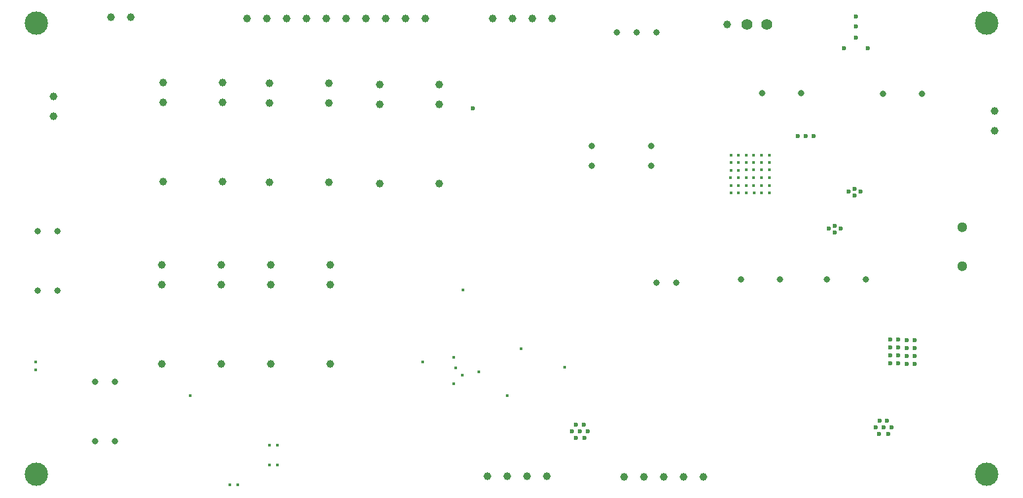
<source format=gbr>
%TF.GenerationSoftware,KiCad,Pcbnew,(5.1.4-0-10_14)*%
%TF.CreationDate,2019-11-24T22:14:00+02:00*%
%TF.ProjectId,READY,52454144-592e-46b6-9963-61645f706362,3.0*%
%TF.SameCoordinates,Original*%
%TF.FileFunction,Plated,1,2,PTH,Drill*%
%TF.FilePolarity,Positive*%
%FSLAX46Y46*%
G04 Gerber Fmt 4.6, Leading zero omitted, Abs format (unit mm)*
G04 Created by KiCad (PCBNEW (5.1.4-0-10_14)) date 2019-11-24 22:14:00*
%MOMM*%
%LPD*%
G04 APERTURE LIST*
%TA.AperFunction,ViaDrill*%
%ADD10C,0.400000*%
%TD*%
%TA.AperFunction,ViaDrill*%
%ADD11C,0.600000*%
%TD*%
%TA.AperFunction,ComponentDrill*%
%ADD12C,0.800000*%
%TD*%
%TA.AperFunction,ComponentDrill*%
%ADD13C,1.000000*%
%TD*%
%TA.AperFunction,ComponentDrill*%
%ADD14C,1.300000*%
%TD*%
%TA.AperFunction,ComponentDrill*%
%ADD15C,1.400000*%
%TD*%
%TA.AperFunction,ComponentDrill*%
%ADD16C,3.000000*%
%TD*%
G04 APERTURE END LIST*
D10*
X83820000Y-104648000D03*
X83820000Y-105664000D03*
X103619400Y-108994700D03*
X108712000Y-120396000D03*
X109728000Y-120396000D03*
X113792000Y-115316000D03*
X113792000Y-117856000D03*
X114808000Y-115316000D03*
X114808000Y-117856000D03*
X133408100Y-104690100D03*
X137378900Y-107502400D03*
X137405600Y-104058200D03*
X137632700Y-105430900D03*
X138519600Y-106349700D03*
X138556500Y-95422600D03*
X140586800Y-105917300D03*
X144263600Y-108960600D03*
X146038800Y-102953100D03*
X151616200Y-105343400D03*
X172910000Y-81089500D03*
X172923000Y-80086200D03*
X172923000Y-82054700D03*
X172936000Y-78193900D03*
X172936000Y-79121000D03*
X172949000Y-83032600D03*
X173876000Y-81089500D03*
X173888000Y-80086200D03*
X173888000Y-82054700D03*
X173901000Y-78193900D03*
X173901000Y-79121000D03*
X173914000Y-83032600D03*
X174866000Y-81076800D03*
X174879000Y-80073500D03*
X174879000Y-82042000D03*
X174892000Y-78181200D03*
X174892000Y-79108300D03*
X174904000Y-83019900D03*
X175844000Y-81076800D03*
X175857000Y-80073500D03*
X175857000Y-82042000D03*
X175870000Y-78181200D03*
X175870000Y-79108300D03*
X175882000Y-83019900D03*
X176848000Y-81076800D03*
X176860000Y-80073500D03*
X176860000Y-82042000D03*
X176873000Y-78181200D03*
X176873000Y-79108300D03*
X176886000Y-83019900D03*
X177851000Y-81076800D03*
X177864000Y-80073500D03*
X177864000Y-82042000D03*
X177876000Y-78181200D03*
X177876000Y-79108300D03*
X177889000Y-83019900D03*
D11*
X139863200Y-72187200D03*
X152590000Y-113538000D03*
X153035000Y-114427000D03*
X153098000Y-112712000D03*
X153606000Y-113538000D03*
X154051000Y-112712000D03*
X154178000Y-114427000D03*
X154622000Y-113538000D03*
X181470000Y-75692000D03*
X182499000Y-75692000D03*
X183578000Y-75692000D03*
X185509000Y-87604600D03*
X186271000Y-87223600D03*
X186271000Y-88112600D03*
X187033000Y-87604600D03*
X187439000Y-64490600D03*
X188011000Y-82842100D03*
X188773000Y-82461100D03*
X188773000Y-83350100D03*
X188925000Y-61683900D03*
X188925000Y-63068200D03*
X188951000Y-60388500D03*
X189535000Y-82842100D03*
X190500000Y-64465200D03*
X191516000Y-113030000D03*
X191960000Y-113919000D03*
X192024000Y-112204000D03*
X192532000Y-113030000D03*
X192976000Y-112204000D03*
X193104000Y-113919000D03*
X193396000Y-101829000D03*
X193396000Y-102845000D03*
X193396000Y-103861000D03*
X193396000Y-104877000D03*
X193548000Y-113030000D03*
X194412000Y-101829000D03*
X194412000Y-102845000D03*
X194412000Y-103861000D03*
X194412000Y-104877000D03*
X195453000Y-101854000D03*
X195453000Y-102870000D03*
X195453000Y-103886000D03*
X195453000Y-104902000D03*
X196469000Y-101854000D03*
X196469000Y-102870000D03*
X196469000Y-103886000D03*
X196469000Y-104902000D03*
D12*
%TO.C,C19*%
X185224000Y-94117200D03*
X190224000Y-94117200D03*
%TO.C,C20*%
X174260000Y-94071400D03*
X179260000Y-94071400D03*
%TO.C,U4*%
X155113000Y-77013000D03*
X155113000Y-79553000D03*
X162733000Y-77013000D03*
X162733000Y-79553000D03*
%TO.C,C1*%
X192434000Y-70319900D03*
X197434000Y-70319900D03*
%TO.C,C12*%
X163388000Y-94549000D03*
X165888000Y-94549000D03*
%TO.C,U6*%
X91440000Y-107188000D03*
X91440000Y-114808000D03*
X93980000Y-107188000D03*
X93980000Y-114808000D03*
%TO.C,BAT1*%
X160835000Y-62405300D03*
X163375000Y-62405300D03*
%TO.C,U5*%
X84074000Y-87884000D03*
X84074000Y-95504000D03*
X86614000Y-87884000D03*
X86614000Y-95504000D03*
%TO.C,C10*%
X176911000Y-70243700D03*
X181911000Y-70243700D03*
%TO.C,BAT1*%
X158295000Y-62405300D03*
D13*
%TO.C,J6*%
X86106000Y-70612000D03*
X86106000Y-73152000D03*
%TO.C,J5*%
X159258000Y-119380000D03*
X161798000Y-119380000D03*
X164338000Y-119380000D03*
X166878000Y-119380000D03*
X169418000Y-119380000D03*
%TO.C,J8*%
X144907000Y-60642500D03*
X147447000Y-60642500D03*
X149987000Y-60642500D03*
%TO.C,K4*%
X113982000Y-92202000D03*
X113982000Y-94742000D03*
X113982000Y-104902000D03*
X121602000Y-92202000D03*
X121602000Y-94742000D03*
X121602000Y-104902000D03*
%TO.C,J3*%
X206769000Y-72504300D03*
X206769000Y-75044300D03*
%TO.C,J2*%
X110934000Y-60642500D03*
X113474000Y-60642500D03*
X116014000Y-60642500D03*
X118554000Y-60642500D03*
%TO.C,J8*%
X142367000Y-60642500D03*
%TO.C,J2*%
X121094000Y-60642500D03*
X123634000Y-60642500D03*
X126174000Y-60642500D03*
X128714000Y-60642500D03*
%TO.C,J4*%
X146774000Y-119304000D03*
X149314000Y-119304000D03*
%TO.C,J2*%
X131254000Y-60642500D03*
X133794000Y-60642500D03*
%TO.C,J4*%
X141694000Y-119304000D03*
X144234000Y-119304000D03*
%TO.C,K3*%
X127889000Y-69088000D03*
X127889000Y-71628000D03*
X127889000Y-81788000D03*
X135509000Y-69088000D03*
X135509000Y-71628000D03*
X135509000Y-81788000D03*
%TO.C,K5*%
X100012000Y-92202000D03*
X100012000Y-94742000D03*
X100012000Y-104902000D03*
X107632000Y-92202000D03*
X107632000Y-94742000D03*
X107632000Y-104902000D03*
%TO.C,K1*%
X100140000Y-68897500D03*
X100140000Y-71437500D03*
X100140000Y-81597500D03*
%TO.C,J1*%
X172439000Y-61440100D03*
%TO.C,K1*%
X107760000Y-81597500D03*
%TO.C,K2*%
X113792000Y-68961000D03*
X113792000Y-71501000D03*
X113792000Y-81661000D03*
X121412000Y-68961000D03*
X121412000Y-71501000D03*
X121412000Y-81661000D03*
%TO.C,K1*%
X107760000Y-68897500D03*
X107760000Y-71437500D03*
%TO.C,J7*%
X93472000Y-60452000D03*
X96012000Y-60452000D03*
D14*
%TO.C,L1*%
X202601000Y-87411600D03*
X202601000Y-92411600D03*
D15*
%TO.C,J1*%
X174979000Y-61440100D03*
X177519000Y-61440100D03*
D16*
%TO.C,H1*%
X205707000Y-61247000D03*
%TO.C,H3*%
X83855000Y-119039000D03*
%TO.C,H2*%
X205707000Y-119039000D03*
%TO.C,H4*%
X83855000Y-61247000D03*
M02*

</source>
